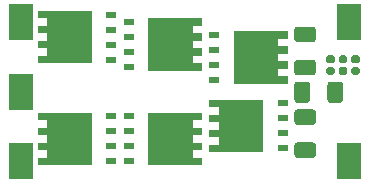
<source format=gbr>
%TF.GenerationSoftware,KiCad,Pcbnew,(5.1.6)-1*%
%TF.CreationDate,2020-10-08T19:10:47-07:00*%
%TF.ProjectId,SinESC-Multi-2.3B,53696e45-5343-42d4-9d75-6c74692d322e,2.3B*%
%TF.SameCoordinates,Original*%
%TF.FileFunction,Soldermask,Bot*%
%TF.FilePolarity,Negative*%
%FSLAX46Y46*%
G04 Gerber Fmt 4.6, Leading zero omitted, Abs format (unit mm)*
G04 Created by KiCad (PCBNEW (5.1.6)-1) date 2020-10-08 19:10:47*
%MOMM*%
%LPD*%
G01*
G04 APERTURE LIST*
%ADD10C,0.100000*%
%ADD11R,0.928000X0.578000*%
%ADD12R,2.078000X3.078000*%
G04 APERTURE END LIST*
%TO.C,R12*%
G36*
G01*
X39501600Y-26786000D02*
X40798400Y-26786000D01*
G75*
G02*
X41064000Y-27051600I0J-265600D01*
G01*
X41064000Y-27848400D01*
G75*
G02*
X40798400Y-28114000I-265600J0D01*
G01*
X39501600Y-28114000D01*
G75*
G02*
X39236000Y-27848400I0J265600D01*
G01*
X39236000Y-27051600D01*
G75*
G02*
X39501600Y-26786000I265600J0D01*
G01*
G37*
G36*
G01*
X39501600Y-23986000D02*
X40798400Y-23986000D01*
G75*
G02*
X41064000Y-24251600I0J-265600D01*
G01*
X41064000Y-25048400D01*
G75*
G02*
X40798400Y-25314000I-265600J0D01*
G01*
X39501600Y-25314000D01*
G75*
G02*
X39236000Y-25048400I0J265600D01*
G01*
X39236000Y-24251600D01*
G75*
G02*
X39501600Y-23986000I265600J0D01*
G01*
G37*
%TD*%
%TO.C,C33*%
G36*
G01*
X42108000Y-20401000D02*
X42492000Y-20401000D01*
G75*
G02*
X42659000Y-20568000I0J-167000D01*
G01*
X42659000Y-20902000D01*
G75*
G02*
X42492000Y-21069000I-167000J0D01*
G01*
X42108000Y-21069000D01*
G75*
G02*
X41941000Y-20902000I0J167000D01*
G01*
X41941000Y-20568000D01*
G75*
G02*
X42108000Y-20401000I167000J0D01*
G01*
G37*
G36*
G01*
X42108000Y-19431000D02*
X42492000Y-19431000D01*
G75*
G02*
X42659000Y-19598000I0J-167000D01*
G01*
X42659000Y-19932000D01*
G75*
G02*
X42492000Y-20099000I-167000J0D01*
G01*
X42108000Y-20099000D01*
G75*
G02*
X41941000Y-19932000I0J167000D01*
G01*
X41941000Y-19598000D01*
G75*
G02*
X42108000Y-19431000I167000J0D01*
G01*
G37*
%TD*%
%TO.C,C31*%
G36*
G01*
X43158000Y-20401000D02*
X43542000Y-20401000D01*
G75*
G02*
X43709000Y-20568000I0J-167000D01*
G01*
X43709000Y-20902000D01*
G75*
G02*
X43542000Y-21069000I-167000J0D01*
G01*
X43158000Y-21069000D01*
G75*
G02*
X42991000Y-20902000I0J167000D01*
G01*
X42991000Y-20568000D01*
G75*
G02*
X43158000Y-20401000I167000J0D01*
G01*
G37*
G36*
G01*
X43158000Y-19431000D02*
X43542000Y-19431000D01*
G75*
G02*
X43709000Y-19598000I0J-167000D01*
G01*
X43709000Y-19932000D01*
G75*
G02*
X43542000Y-20099000I-167000J0D01*
G01*
X43158000Y-20099000D01*
G75*
G02*
X42991000Y-19932000I0J167000D01*
G01*
X42991000Y-19598000D01*
G75*
G02*
X43158000Y-19431000I167000J0D01*
G01*
G37*
%TD*%
%TO.C,C32*%
G36*
G01*
X44208000Y-20401000D02*
X44592000Y-20401000D01*
G75*
G02*
X44759000Y-20568000I0J-167000D01*
G01*
X44759000Y-20902000D01*
G75*
G02*
X44592000Y-21069000I-167000J0D01*
G01*
X44208000Y-21069000D01*
G75*
G02*
X44041000Y-20902000I0J167000D01*
G01*
X44041000Y-20568000D01*
G75*
G02*
X44208000Y-20401000I167000J0D01*
G01*
G37*
G36*
G01*
X44208000Y-19431000D02*
X44592000Y-19431000D01*
G75*
G02*
X44759000Y-19598000I0J-167000D01*
G01*
X44759000Y-19932000D01*
G75*
G02*
X44592000Y-20099000I-167000J0D01*
G01*
X44208000Y-20099000D01*
G75*
G02*
X44041000Y-19932000I0J167000D01*
G01*
X44041000Y-19598000D01*
G75*
G02*
X44208000Y-19431000I167000J0D01*
G01*
G37*
%TD*%
D10*
%TO.C,Q3*%
G36*
X38675000Y-17995000D02*
G01*
X37875000Y-17995000D01*
X37875000Y-18665000D01*
X38675000Y-18665000D01*
X38675000Y-19265000D01*
X37875000Y-19265000D01*
X37875000Y-19935000D01*
X38675000Y-19935000D01*
X38675000Y-20535000D01*
X37875000Y-20535000D01*
X37875000Y-21205000D01*
X38675000Y-21205000D01*
X38675000Y-21805000D01*
X34125000Y-21805000D01*
X34125000Y-17395000D01*
X38675000Y-17395000D01*
X38675000Y-17995000D01*
G37*
D11*
X32450000Y-17695000D03*
X32450000Y-18965000D03*
X32450000Y-20235000D03*
X32450000Y-21505000D03*
%TD*%
D12*
%TO.C,J5*%
X43900000Y-28400000D03*
%TD*%
%TO.C,J4*%
X43900000Y-16600000D03*
%TD*%
%TO.C,J3*%
X16100000Y-28400000D03*
%TD*%
%TO.C,J2*%
X16100000Y-22500000D03*
%TD*%
%TO.C,J1*%
X16100000Y-16600000D03*
%TD*%
D10*
%TO.C,Q1*%
G36*
X31425000Y-16895000D02*
G01*
X30625000Y-16895000D01*
X30625000Y-17565000D01*
X31425000Y-17565000D01*
X31425000Y-18165000D01*
X30625000Y-18165000D01*
X30625000Y-18835000D01*
X31425000Y-18835000D01*
X31425000Y-19435000D01*
X30625000Y-19435000D01*
X30625000Y-20105000D01*
X31425000Y-20105000D01*
X31425000Y-20705000D01*
X26875000Y-20705000D01*
X26875000Y-16295000D01*
X31425000Y-16295000D01*
X31425000Y-16895000D01*
G37*
D11*
X25200000Y-16595000D03*
X25200000Y-17865000D03*
X25200000Y-19135000D03*
X25200000Y-20405000D03*
%TD*%
D10*
%TO.C,Q2*%
G36*
X17525000Y-19505000D02*
G01*
X18325000Y-19505000D01*
X18325000Y-18835000D01*
X17525000Y-18835000D01*
X17525000Y-18235000D01*
X18325000Y-18235000D01*
X18325000Y-17565000D01*
X17525000Y-17565000D01*
X17525000Y-16965000D01*
X18325000Y-16965000D01*
X18325000Y-16295000D01*
X17525000Y-16295000D01*
X17525000Y-15695000D01*
X22075000Y-15695000D01*
X22075000Y-20105000D01*
X17525000Y-20105000D01*
X17525000Y-19505000D01*
G37*
D11*
X23750000Y-19805000D03*
X23750000Y-18535000D03*
X23750000Y-17265000D03*
X23750000Y-15995000D03*
%TD*%
D10*
%TO.C,Q4*%
G36*
X32025000Y-27005000D02*
G01*
X32825000Y-27005000D01*
X32825000Y-26335000D01*
X32025000Y-26335000D01*
X32025000Y-25735000D01*
X32825000Y-25735000D01*
X32825000Y-25065000D01*
X32025000Y-25065000D01*
X32025000Y-24465000D01*
X32825000Y-24465000D01*
X32825000Y-23795000D01*
X32025000Y-23795000D01*
X32025000Y-23195000D01*
X36575000Y-23195000D01*
X36575000Y-27605000D01*
X32025000Y-27605000D01*
X32025000Y-27005000D01*
G37*
D11*
X38250000Y-27305000D03*
X38250000Y-26035000D03*
X38250000Y-24765000D03*
X38250000Y-23495000D03*
%TD*%
D10*
%TO.C,Q5*%
G36*
X31425000Y-24895000D02*
G01*
X30625000Y-24895000D01*
X30625000Y-25565000D01*
X31425000Y-25565000D01*
X31425000Y-26165000D01*
X30625000Y-26165000D01*
X30625000Y-26835000D01*
X31425000Y-26835000D01*
X31425000Y-27435000D01*
X30625000Y-27435000D01*
X30625000Y-28105000D01*
X31425000Y-28105000D01*
X31425000Y-28705000D01*
X26875000Y-28705000D01*
X26875000Y-24295000D01*
X31425000Y-24295000D01*
X31425000Y-24895000D01*
G37*
D11*
X25200000Y-24595000D03*
X25200000Y-25865000D03*
X25200000Y-27135000D03*
X25200000Y-28405000D03*
%TD*%
D10*
%TO.C,Q6*%
G36*
X17525000Y-28105000D02*
G01*
X18325000Y-28105000D01*
X18325000Y-27435000D01*
X17525000Y-27435000D01*
X17525000Y-26835000D01*
X18325000Y-26835000D01*
X18325000Y-26165000D01*
X17525000Y-26165000D01*
X17525000Y-25565000D01*
X18325000Y-25565000D01*
X18325000Y-24895000D01*
X17525000Y-24895000D01*
X17525000Y-24295000D01*
X22075000Y-24295000D01*
X22075000Y-28705000D01*
X17525000Y-28705000D01*
X17525000Y-28105000D01*
G37*
D11*
X23750000Y-28405000D03*
X23750000Y-27135000D03*
X23750000Y-25865000D03*
X23750000Y-24595000D03*
%TD*%
%TO.C,R3*%
G36*
G01*
X40798400Y-18314000D02*
X39501600Y-18314000D01*
G75*
G02*
X39236000Y-18048400I0J265600D01*
G01*
X39236000Y-17251600D01*
G75*
G02*
X39501600Y-16986000I265600J0D01*
G01*
X40798400Y-16986000D01*
G75*
G02*
X41064000Y-17251600I0J-265600D01*
G01*
X41064000Y-18048400D01*
G75*
G02*
X40798400Y-18314000I-265600J0D01*
G01*
G37*
G36*
G01*
X40798400Y-21114000D02*
X39501600Y-21114000D01*
G75*
G02*
X39236000Y-20848400I0J265600D01*
G01*
X39236000Y-20051600D01*
G75*
G02*
X39501600Y-19786000I265600J0D01*
G01*
X40798400Y-19786000D01*
G75*
G02*
X41064000Y-20051600I0J-265600D01*
G01*
X41064000Y-20848400D01*
G75*
G02*
X40798400Y-21114000I-265600J0D01*
G01*
G37*
%TD*%
%TO.C,R7*%
G36*
G01*
X40564000Y-21901600D02*
X40564000Y-23198400D01*
G75*
G02*
X40298400Y-23464000I-265600J0D01*
G01*
X39501600Y-23464000D01*
G75*
G02*
X39236000Y-23198400I0J265600D01*
G01*
X39236000Y-21901600D01*
G75*
G02*
X39501600Y-21636000I265600J0D01*
G01*
X40298400Y-21636000D01*
G75*
G02*
X40564000Y-21901600I0J-265600D01*
G01*
G37*
G36*
G01*
X43364000Y-21901600D02*
X43364000Y-23198400D01*
G75*
G02*
X43098400Y-23464000I-265600J0D01*
G01*
X42301600Y-23464000D01*
G75*
G02*
X42036000Y-23198400I0J265600D01*
G01*
X42036000Y-21901600D01*
G75*
G02*
X42301600Y-21636000I265600J0D01*
G01*
X43098400Y-21636000D01*
G75*
G02*
X43364000Y-21901600I0J-265600D01*
G01*
G37*
%TD*%
M02*

</source>
